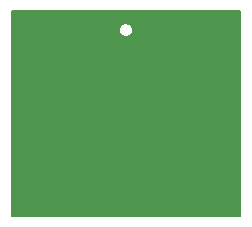
<source format=gbl>
%TF.GenerationSoftware,KiCad,Pcbnew,(5.99.0-11065-g2a3d8e22b6)*%
%TF.CreationDate,2021-07-07T11:59:55+01:00*%
%TF.ProjectId,NB3_ear,4e42335f-6561-4722-9e6b-696361645f70,0.0.1*%
%TF.SameCoordinates,Original*%
%TF.FileFunction,Copper,L2,Bot*%
%TF.FilePolarity,Positive*%
%FSLAX46Y46*%
G04 Gerber Fmt 4.6, Leading zero omitted, Abs format (unit mm)*
G04 Created by KiCad (PCBNEW (5.99.0-11065-g2a3d8e22b6)) date 2021-07-07 11:59:55*
%MOMM*%
%LPD*%
G01*
G04 APERTURE LIST*
%TA.AperFunction,ViaPad*%
%ADD10C,0.800000*%
%TD*%
G04 APERTURE END LIST*
D10*
%TO.N,GND*%
X153620000Y-104695000D03*
X144730000Y-104695000D03*
X157080000Y-114775000D03*
X159080000Y-114775000D03*
X145080000Y-114775000D03*
X143080000Y-114775000D03*
X151080000Y-111775000D03*
X151080000Y-109775000D03*
X145080000Y-99775000D03*
X143080000Y-99775000D03*
X157080000Y-99775000D03*
X159080000Y-99775000D03*
X148580000Y-99525000D03*
X153574000Y-99531000D03*
X147270000Y-104695000D03*
X148540000Y-104695000D03*
%TD*%
%TA.AperFunction,Conductor*%
%TO.N,GND*%
G36*
X160772121Y-98545002D02*
G01*
X160818614Y-98598658D01*
X160830000Y-98651000D01*
X160830000Y-115899000D01*
X160809998Y-115967121D01*
X160756342Y-116013614D01*
X160704000Y-116025000D01*
X141456000Y-116025000D01*
X141387879Y-116004998D01*
X141341386Y-115951342D01*
X141330000Y-115899000D01*
X141330000Y-100194824D01*
X150574538Y-100194824D01*
X150575702Y-100203726D01*
X150575702Y-100203729D01*
X150576960Y-100213350D01*
X150593121Y-100336939D01*
X150650845Y-100468126D01*
X150743068Y-100577838D01*
X150750539Y-100582811D01*
X150750540Y-100582812D01*
X150854903Y-100652282D01*
X150862377Y-100657257D01*
X150999180Y-100699997D01*
X151008152Y-100700161D01*
X151008155Y-100700162D01*
X151073374Y-100701357D01*
X151142481Y-100702624D01*
X151199043Y-100687203D01*
X151272099Y-100667286D01*
X151272101Y-100667285D01*
X151280758Y-100664925D01*
X151402897Y-100589931D01*
X151413843Y-100577838D01*
X151493050Y-100490332D01*
X151493051Y-100490331D01*
X151499078Y-100483672D01*
X151561570Y-100354689D01*
X151585349Y-100213350D01*
X151585500Y-100201000D01*
X151565182Y-100059123D01*
X151505860Y-99928651D01*
X151412303Y-99820074D01*
X151292033Y-99742118D01*
X151283436Y-99739547D01*
X151283434Y-99739546D01*
X151199696Y-99714503D01*
X151154718Y-99701052D01*
X151145742Y-99700997D01*
X151145741Y-99700997D01*
X151084027Y-99700620D01*
X151011396Y-99700177D01*
X151002765Y-99702644D01*
X151002763Y-99702644D01*
X150882223Y-99737094D01*
X150882220Y-99737095D01*
X150873589Y-99739562D01*
X150752375Y-99816042D01*
X150657499Y-99923469D01*
X150596588Y-100053206D01*
X150595207Y-100062074D01*
X150595207Y-100062075D01*
X150575919Y-100185951D01*
X150575919Y-100185955D01*
X150574538Y-100194824D01*
X141330000Y-100194824D01*
X141330000Y-98651000D01*
X141350002Y-98582879D01*
X141403658Y-98536386D01*
X141456000Y-98525000D01*
X160704000Y-98525000D01*
X160772121Y-98545002D01*
G37*
%TD.AperFunction*%
%TD*%
M02*

</source>
